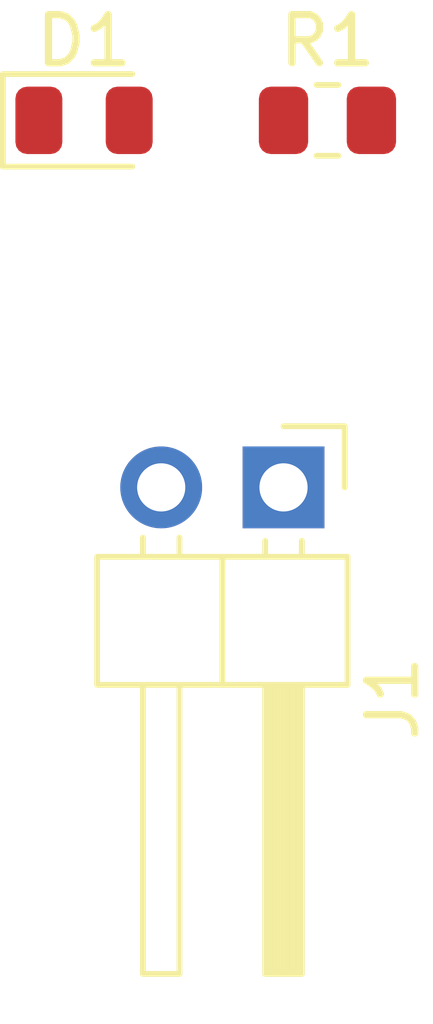
<source format=kicad_pcb>
(kicad_pcb (version 20211014) (generator pcbnew)
  (layers (0 "F.Cu" signal) (31 "B.Cu" signal) (34 "B.Paste" user) (35 "F.Paste" user) (36 "B.SilkS" user "B.Silkscreen") (37 "F.SilkS" user "F.Silkscreen") (38 "B.Mask" user) (39 "F.Mask" user) (44 "Edge.Cuts" user))
  (net 0 "")
  (net 1 "Net-(J1-Pad2)")
  (net 2 "Net-(R1-Pad1)")
  (net 3 "Net-(J1-Pad1)")
  (footprint "LED_SMD:LED_0805_2012Metric" (layer "F.Cu") (at 121.5925 107.385)
    (fp_text reference "D1" (at 0 -1.65) (layer "F.SilkS"))
    (fp_text value "LED")
    (fp_line (start 1 -0.96) (end -1.685 -0.96) (layer "F.SilkS") (width 0.12))
    (fp_line (start -1.685 0.96) (end 1 0.96) (layer "F.SilkS") (width 0.12))
    (fp_line (start -1.685 -0.96) (end -1.685 0.96) (layer "F.SilkS") (width 0.12))
    (pad "1" smd roundrect (at -0.9375 0) (size 0.975 1.4) (layers "F.Cu" "F.Paste" "F.Mask") (net 1 "Net-(J1-Pad2)"))
    (pad "2" smd roundrect (at 0.9375 0) (size 0.975 1.4) (layers "F.Cu" "F.Paste" "F.Mask") (net 2 "Net-(R1-Pad1)"))
  )
  (footprint "Resistor_SMD:R_0805_2012Metric" (layer "F.Cu") (at 126.6475 107.385)
    (fp_text reference "R1" (at 0 -1.65) (layer "F.SilkS"))
    (fp_text value "R")
    (fp_line (start -0.227064 0.735) (end 0.227064 0.735) (layer "F.SilkS") (width 0.12))
    (fp_line (start -0.227064 -0.735) (end 0.227064 -0.735) (layer "F.SilkS") (width 0.12))
    (pad "1" smd roundrect (at -0.9125 0) (size 1.025 1.4) (layers "F.Cu" "F.Paste" "F.Mask") (roundrect_rratio 0.243902) (net 2 "Net-(R1-Pad1)"))
    (pad "2" smd roundrect (at 0.9125 0) (size 1.025 1.4) (layers "F.Cu" "F.Paste" "F.Mask") (roundrect_rratio 0.243902) (net 3 "Net-(J1-Pad1)"))
  )
  (footprint "Connector_PinHeader_2.54mm:PinHeader_1x02_P2.54mm_Horizontal" (layer "F.Cu") (at 125.735 115.005 -90)
    (fp_text reference "J1" (at 4.385 -2.27 90) (layer "F.SilkS"))
    (fp_text value "Conn_01x02_Male")
    (fp_line (start 4.1 0.28) (end 10.1 0.28) (layer "F.SilkS") (width 0.12))
    (fp_line (start 1.11 0.38) (end 1.44 0.38) (layer "F.SilkS") (width 0.12))
    (fp_line (start 10.1 0.38) (end 4.1 0.38) (layer "F.SilkS") (width 0.12))
    (fp_line (start 1.44 1.27) (end 4.1 1.27) (layer "F.SilkS") (width 0.12))
    (fp_line (start 4.1 0.16) (end 10.1 0.16) (layer "F.SilkS") (width 0.12))
    (fp_line (start 4.1 2.16) (end 10.1 2.16) (layer "F.SilkS") (width 0.12))
    (fp_line (start 4.1 -0.32) (end 10.1 -0.32) (layer "F.SilkS") (width 0.12))
    (fp_line (start -1.27 -1.27) (end 0 -1.27) (layer "F.SilkS") (width 0.12))
    (fp_line (start 4.1 0.04) (end 10.1 0.04) (layer "F.SilkS") (width 0.12))
    (fp_line (start 1.042929 2.92) (end 1.44 2.92) (layer "F.SilkS") (width 0.12))
    (fp_line (start -1.27 0) (end -1.27 -1.27) (layer "F.SilkS") (width 0.12))
    (fp_line (start 10.1 2.16) (end 10.1 2.92) (layer "F.SilkS") (width 0.12))
    (fp_line (start 4.1 -1.33) (end 1.44 -1.33) (layer "F.SilkS") (width 0.12))
    (fp_line (start 1.11 -0.38) (end 1.44 -0.38) (layer "F.SilkS") (width 0.12))
    (fp_line (start 4.1 -0.2) (end 10.1 -0.2) (layer "F.SilkS") (width 0.12))
    (fp_line (start 4.1 -0.38) (end 10.1 -0.38) (layer "F.SilkS") (width 0.12))
    (fp_line (start 10.1 2.92) (end 4.1 2.92) (layer "F.SilkS") (width 0.12))
    (fp_line (start 4.1 -0.08) (end 10.1 -0.08) (layer "F.SilkS") (width 0.12))
    (fp_line (start 1.44 3.87) (end 4.1 3.87) (layer "F.SilkS") (width 0.12))
    (fp_line (start 1.042929 2.16) (end 1.44 2.16) (layer "F.SilkS") (width 0.12))
    (fp_line (start 4.1 3.87) (end 4.1 -1.33) (layer "F.SilkS") (width 0.12))
    (fp_line (start 10.1 -0.38) (end 10.1 0.38) (layer "F.SilkS") (width 0.12))
    (fp_line (start 1.44 -1.33) (end 1.44 3.87) (layer "F.SilkS") (width 0.12))
    (pad "1" thru_hole rect (at 0 0 270) (size 1.7 1.7) (drill 1) (layers *.Cu *.Mask) (net 3 "Net-(J1-Pad1)"))
    (pad "2" thru_hole oval (at 0 2.54 270) (size 1.7 1.7) (drill 1) (layers *.Cu *.Mask) (net 1 "Net-(J1-Pad2)"))
  )
)
</source>
